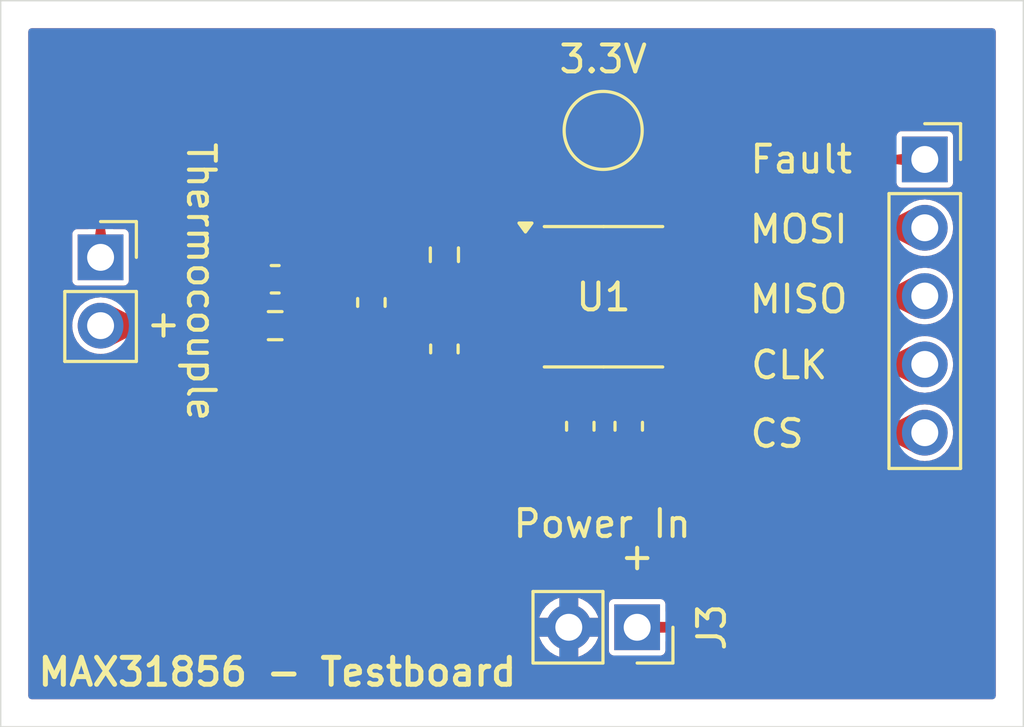
<source format=kicad_pcb>
(kicad_pcb (version 20240108) (generator "pcbnew") (generator_version "8.0")
  (layers (0 "F.Cu" signal) (31 "B.Cu" signal) (36 "B.SilkS" user "B.Silkscreen") (37 "F.SilkS" user "F.Silkscreen") (38 "B.Mask" user) (39 "F.Mask" user) (44 "Edge.Cuts" user))
  (net 0 "")
  (net 1 "Net-(U1-T+)")
  (net 2 "GND")
  (net 3 "Net-(U1-T-)")
  (net 4 "+3.3V")
  (net 5 "Net-(J1-Pin_2)")
  (net 6 "Net-(J1-Pin_1)")
  (net 7 "/~{FAULT}")
  (net 8 "/MISO")
  (net 9 "/MOSI")
  (net 10 "/CLK")
  (net 11 "/~{CS}")
  (footprint "Resistor_SMD:R_0603_1608Metric_Pad0.98x0.95mm_HandSolder" (layer "F.Cu") (at 140.0375 92.746625 -90)
    (property "Reference" "R2" (hide yes))
    (property "Value" "100")
    (fp_line (start -0.254724 0.5225) (end 0.254724 0.5225) (stroke (width 0.12)) (layer "F.SilkS"))
    (fp_line (start -0.254724 -0.5225) (end 0.254724 -0.5225) (stroke (width 0.12)) (layer "F.SilkS"))
    (pad "1" smd roundrect (at -0.9125 0 270) (size 0.975 0.95) (layers "F.Cu" "F.Paste" "F.Mask") (net 6 "Net-(J1-Pin_1)"))
    (pad "2" smd roundrect (at 0.9125 0 270) (size 0.975 0.95) (layers "F.Cu" "F.Paste" "F.Mask") (net 3 "Net-(U1-T-)"))
  )
  (footprint "Connector_PinSocket_2.54mm:PinSocket_1x02_P2.54mm_Vertical" (layer "F.Cu") (at 147.2 106.599125 -90)
    (property "Reference" "J3" (at 0 -2.77 90) (layer "F.SilkS"))
    (property "Value" "Power" (hide yes))
    (property "Marker" "Power In" (at -3.849125 1.3 0) (layer "F.SilkS"))
    (property "Polarity" "+" (at -2.649125 0 0) (layer "F.SilkS"))
    (fp_line (start -1.33 3.87) (end 1.33 3.87) (stroke (width 0.12)) (layer "F.SilkS"))
    (fp_line (start -1.33 1.27) (end -1.33 3.87) (stroke (width 0.12)) (layer "F.SilkS"))
    (fp_line (start -1.33 1.27) (end 1.33 1.27) (stroke (width 0.12)) (layer "F.SilkS"))
    (fp_line (start 1.33 1.27) (end 1.33 3.87) (stroke (width 0.12)) (layer "F.SilkS"))
    (fp_line (start 0 -1.33) (end 1.33 -1.33) (stroke (width 0.12)) (layer "F.SilkS"))
    (fp_line (start 1.33 -1.33) (end 1.33 0) (stroke (width 0.12)) (layer "F.SilkS"))
    (pad "1" thru_hole rect (at 0 0 270) (size 1.7 1.7) (drill 1) (layers "*.Cu" "*.Mask") (net 4 "+3.3V"))
    (pad "2" thru_hole oval (at 0 2.54 270) (size 1.7 1.7) (drill 1) (layers "*.Cu" "*.Mask") (net 2 "GND"))
  )
  (footprint "TestPoint:TestPoint_Pad_D2.5mm" (layer "F.Cu") (at 145.9375 88.124125)
    (property "Reference" "TP3" (hide yes))
    (property "Value" "CS_{K2}")
    (property "Marking" "3.3V" (at 0 -2.65 0) (layer "F.SilkS"))
    (fp_circle (center 0 0) (end 0 1.45) (stroke (width 0.12)) (fill none) (layer "F.SilkS"))
    (pad "1" smd circle (at 0 0) (size 2.5 2.5) (layers "F.Cu" "F.Mask") (net 4 "+3.3V"))
  )
  (footprint "Capacitor_SMD:C_0603_1608Metric_Pad1.08x0.95mm_HandSolder" (layer "F.Cu") (at 137.325 94.521625 90)
    (property "Reference" "C2" (hide yes))
    (property "Value" "0.1uF 5V")
    (fp_line (start -0.146267 -0.51) (end 0.146267 -0.51) (stroke (width 0.12)) (layer "F.SilkS"))
    (fp_line (start -0.146267 0.51) (end 0.146267 0.51) (stroke (width 0.12)) (layer "F.SilkS"))
    (pad "1" smd roundrect (at -0.8625 0 90) (size 1.075 0.95) (layers "F.Cu" "F.Paste" "F.Mask") (net 1 "Net-(U1-T+)"))
    (pad "2" smd roundrect (at 0.8625 0 90) (size 1.075 0.95) (layers "F.Cu" "F.Paste" "F.Mask") (net 3 "Net-(U1-T-)"))
  )
  (footprint "Resistor_SMD:R_0603_1608Metric_Pad0.98x0.95mm_HandSolder" (layer "F.Cu") (at 133.75 95.384125)
    (property "Reference" "R1" (hide yes))
    (property "Value" "100")
    (fp_line (start -0.254724 -0.5225) (end 0.254724 -0.5225) (stroke (width 0.12)) (layer "F.SilkS"))
    (fp_line (start -0.254724 0.5225) (end 0.254724 0.5225) (stroke (width 0.12)) (layer "F.SilkS"))
    (pad "1" smd roundrect (at -0.9125 0) (size 0.975 0.95) (layers "F.Cu" "F.Paste" "F.Mask") (net 5 "Net-(J1-Pin_2)"))
    (pad "2" smd roundrect (at 0.9125 0) (size 0.975 0.95) (layers "F.Cu" "F.Paste" "F.Mask") (net 1 "Net-(U1-T+)"))
  )
  (footprint "Capacitor_SMD:C_0603_1608Metric_Pad1.08x0.95mm_HandSolder" (layer "F.Cu") (at 145.0875 99.124125 -90)
    (property "Reference" "C4" (hide yes))
    (property "Value" "0.1uF 5V")
    (fp_line (start -0.146267 0.51) (end 0.146267 0.51) (stroke (width 0.12)) (layer "F.SilkS"))
    (fp_line (start -0.146267 -0.51) (end 0.146267 -0.51) (stroke (width 0.12)) (layer "F.SilkS"))
    (pad "1" smd roundrect (at -0.8625 0 270) (size 1.075 0.95) (layers "F.Cu" "F.Paste" "F.Mask") (net 4 "+3.3V"))
    (pad "2" smd roundrect (at 0.8625 0 270) (size 1.075 0.95) (layers "F.Cu" "F.Paste" "F.Mask") (net 2 "GND"))
  )
  (footprint "Connector_PinSocket_2.54mm:PinSocket_1x05_P2.54mm_Vertical" (layer "F.Cu") (at 157.8875 89.204125)
    (property "Reference" "J2" (hide yes))
    (property "Value" "To Microcontroller")
    (property "Marker" "Fault" (at -4.5875 -0.004125 0) (layer "F.SilkS"))
    (property "Marker2" "MOSI" (at -4.6875 2.595875 0) (layer "F.SilkS"))
    (property "Marker3" "MISO" (at -4.6875 5.195875 0) (layer "F.SilkS"))
    (property "Marker4" "CLK" (at -5.0375 7.645875 0) (layer "F.SilkS"))
    (property "Marker5" "CS" (at -5.4875 10.195875 0) (layer "F.SilkS"))
    (fp_line (start -1.33 1.27) (end -1.33 11.49) (stroke (width 0.12)) (layer "F.SilkS"))
    (fp_line (start -1.33 1.27) (end 1.33 1.27) (stroke (width 0.12)) (layer "F.SilkS"))
    (fp_line (start -1.33 11.49) (end 1.33 11.49) (stroke (width 0.12)) (layer "F.SilkS"))
    (fp_line (start 0 -1.33) (end 1.33 -1.33) (stroke (width 0.12)) (layer "F.SilkS"))
    (fp_line (start 1.33 -1.33) (end 1.33 0) (stroke (width 0.12)) (layer "F.SilkS"))
    (fp_line (start 1.33 1.27) (end 1.33 11.49) (stroke (width 0.12)) (layer "F.SilkS"))
    (pad "1" thru_hole rect (at 0 0) (size 1.7 1.7) (drill 1) (layers "*.Cu" "*.Mask") (net 7 "/~{FAULT}"))
    (pad "2" thru_hole oval (at 0 2.54) (size 1.7 1.7) (drill 1) (layers "*.Cu" "*.Mask") (net 9 "/MOSI"))
    (pad "3" thru_hole oval (at 0 5.08) (size 1.7 1.7) (drill 1) (layers "*.Cu" "*.Mask") (net 8 "/MISO"))
    (pad "4" thru_hole oval (at 0 7.62) (size 1.7 1.7) (drill 1) (layers "*.Cu" "*.Mask") (net 10 "/CLK"))
    (pad "5" thru_hole oval (at 0 10.16) (size 1.7 1.7) (drill 1) (layers "*.Cu" "*.Mask") (net 11 "/~{CS}"))
  )
  (footprint "Connector_PinSocket_2.54mm:PinSocket_1x02_P2.54mm_Vertical" (layer "F.Cu") (at 127.2625 92.844125)
    (property "Reference" "J1" (hide yes))
    (property "Value" "Probe Right")
    (property "Marking" "Thermocouple" (at 3.7375 0.905875 -90) (layer "F.SilkS"))
    (property "Polarity" "+" (at 2.3375 2.455875 0) (layer "F.SilkS"))
    (fp_line (start -1.33 1.27) (end -1.33 3.87) (stroke (width 0.12)) (layer "F.SilkS"))
    (fp_line (start -1.33 1.27) (end 1.33 1.27) (stroke (width 0.12)) (layer "F.SilkS"))
    (fp_line (start -1.33 3.87) (end 1.33 3.87) (stroke (width 0.12)) (layer "F.SilkS"))
    (fp_line (start 0 -1.33) (end 1.33 -1.33) (stroke (width 0.12)) (layer "F.SilkS"))
    (fp_line (start 1.33 -1.33) (end 1.33 0) (stroke (width 0.12)) (layer "F.SilkS"))
    (fp_line (start 1.33 1.27) (end 1.33 3.87) (stroke (width 0.12)) (layer "F.SilkS"))
    (pad "1" thru_hole rect (at 0 0) (size 1.7 1.7) (drill 1) (layers "*.Cu" "*.Mask") (net 6 "Net-(J1-Pin_1)"))
    (pad "2" thru_hole oval (at 0 2.54) (size 1.7 1.7) (drill 1) (layers "*.Cu" "*.Mask") (net 5 "Net-(J1-Pin_2)"))
  )
  (footprint "Package_SO:TSSOP-14_4.4x5mm_P0.65mm" (layer "F.Cu") (at 145.95 94.309125)
    (property "Reference" "U1" (at 0 0.015 0) (layer "F.SilkS"))
    (property "Value" "MAX31856")
    (fp_line (start 0 -2.61) (end -2.2 -2.61) (stroke (width 0.12)) (layer "F.SilkS"))
    (fp_line (start 0 -2.61) (end 2.2 -2.61) (stroke (width 0.12)) (layer "F.SilkS"))
    (fp_line (start 0 2.61) (end -2.2 2.61) (stroke (width 0.12)) (layer "F.SilkS"))
    (fp_line (start 0 2.61) (end 2.2 2.61) (stroke (width 0.12)) (layer "F.SilkS"))
    (fp_poly (pts (xy -2.9 -2.41) (xy -3.14 -2.74) (xy -2.66 -2.74) (xy -2.9 -2.41)) (stroke (width 0.12)) (fill solid) (layer "F.SilkS"))
    (pad "1" smd roundrect (at -2.8625 -1.95) (size 1.475 0.4) (layers "F.Cu" "F.Paste" "F.Mask") (net 2 "GND"))
    (pad "2" smd roundrect (at -2.8625 -1.3) (size 1.475 0.4) (layers "F.Cu" "F.Paste" "F.Mask") (net 6 "Net-(J1-Pin_1)"))
    (pad "3" smd roundrect (at -2.8625 -0.65) (size 1.475 0.4) (layers "F.Cu" "F.Paste" "F.Mask") (net 3 "Net-(U1-T-)"))
    (pad "4" smd roundrect (at -2.8625 0) (size 1.475 0.4) (layers "F.Cu" "F.Paste" "F.Mask") (net 1 "Net-(U1-T+)"))
    (pad "5" smd roundrect (at -2.8625 0.65) (size 1.475 0.4) (layers "F.Cu" "F.Paste" "F.Mask") (net 4 "+3.3V"))
    (pad "6" smd roundrect (at -2.8625 1.3) (size 1.475 0.4) (layers "F.Cu" "F.Paste" "F.Mask"))
    (pad "7" smd roundrect (at -2.8625 1.95) (size 1.475 0.4) (layers "F.Cu" "F.Paste" "F.Mask"))
    (pad "8" smd roundrect (at 2.8625 1.95) (size 1.475 0.4) (layers "F.Cu" "F.Paste" "F.Mask") (net 4 "+3.3V"))
    (pad "9" smd roundrect (at 2.8625 1.3) (size 1.475 0.4) (layers "F.Cu" "F.Paste" "F.Mask") (net 11 "/~{CS}"))
    (pad "10" smd roundrect (at 2.8625 0.65) (size 1.475 0.4) (layers "F.Cu" "F.Paste" "F.Mask") (net 10 "/CLK"))
    (pad "11" smd roundrect (at 2.8625 0) (size 1.475 0.4) (layers "F.Cu" "F.Paste" "F.Mask") (net 8 "/MISO"))
    (pad "12" smd roundrect (at 2.8625 -0.65) (size 1.475 0.4) (layers "F.Cu" "F.Paste" "F.Mask") (net 9 "/MOSI"))
    (pad "13" smd roundrect (at 2.8625 -1.3) (size 1.475 0.4) (layers "F.Cu" "F.Paste" "F.Mask") (net 7 "/~{FAULT}"))
    (pad "14" smd roundrect (at 2.8625 -1.95) (size 1.475 0.4) (layers "F.Cu" "F.Paste" "F.Mask") (net 2 "GND"))
  )
  (footprint "Capacitor_SMD:C_0603_1608Metric_Pad1.08x0.95mm_HandSolder" (layer "F.Cu") (at 133.75 93.659125 180)
    (property "Reference" "C3" (hide yes))
    (property "Value" "0.01uF 5V")
    (fp_line (start -0.146267 0.51) (end 0.146267 0.51) (stroke (width 0.12)) (layer "F.SilkS"))
    (fp_line (start -0.146267 -0.51) (end 0.146267 -0.51) (stroke (width 0.12)) (layer "F.SilkS"))
    (pad "1" smd roundrect (at -0.8625 0 180) (size 1.075 0.95) (layers "F.Cu" "F.Paste" "F.Mask") (net 3 "Net-(U1-T-)"))
    (pad "2" smd roundrect (at 0.8625 0 180) (size 1.075 0.95) (layers "F.Cu" "F.Paste" "F.Mask") (net 2 "GND"))
  )
  (footprint "Capacitor_SMD:C_0603_1608Metric_Pad1.08x0.95mm_HandSolder" (layer "F.Cu") (at 146.8875 99.124125 -90)
    (property "Reference" "C5" (hide yes))
    (property "Value" "0.1uF 5V")
    (fp_line (start -0.146267 0.51) (end 0.146267 0.51) (stroke (width 0.12)) (layer "F.SilkS"))
    (fp_line (start -0.146267 -0.51) (end 0.146267 -0.51) (stroke (width 0.12)) (layer "F.SilkS"))
    (pad "1" smd roundrect (at -0.8625 0 270) (size 1.075 0.95) (layers "F.Cu" "F.Paste" "F.Mask") (net 4 "+3.3V"))
    (pad "2" smd roundrect (at 0.8625 0 270) (size 1.075 0.95) (layers "F.Cu" "F.Paste" "F.Mask") (net 2 "GND"))
  )
  (footprint "Capacitor_SMD:C_0603_1608Metric_Pad1.08x0.95mm_HandSolder" (layer "F.Cu") (at 140.0375 96.249125 -90)
    (property "Reference" "C1" (hide yes))
    (property "Value" "0.01uF 5V")
    (fp_line (start -0.146267 0.51) (end 0.146267 0.51) (stroke (width 0.12)) (layer "F.SilkS"))
    (fp_line (start -0.146267 -0.51) (end 0.146267 -0.51) (stroke (width 0.12)) (layer "F.SilkS"))
    (pad "1" smd roundrect (at -0.8625 0 270) (size 1.075 0.95) (layers "F.Cu" "F.Paste" "F.Mask") (net 1 "Net-(U1-T+)"))
    (pad "2" smd roundrect (at 0.8625 0 270) (size 1.075 0.95) (layers "F.Cu" "F.Paste" "F.Mask") (net 2 "GND"))
  )
  (gr_rect (start 123.55 83.3) (end 161.55 110.3) (stroke (width 0.05)) (fill none) (layer "Edge.Cuts"))
  (gr_text "MAX31856 - Testboard" (at 124.85 108.85 0) (layer "F.SilkS") (effects (font (size 1 1) (thickness 0.1875)) (justify left bottom)))
  (segment (start 141.9025 94.309125) (end 140.7875 95.424125) (width 0.2) (layer "F.Cu") (net 1))
  (segment (start 140.075 95.424125) (end 140.0375 95.386625) (width 0.2) (layer "F.Cu") (net 1))
  (segment (start 140.7875 95.424125) (end 140.075 95.424125) (width 0.2) (layer "F.Cu") (net 1))
  (segment (start 137.3275 95.386625) (end 137.325 95.384125) (width 0.2) (layer "F.Cu") (net 1))
  (segment (start 140.0375 95.386625) (end 137.3275 95.386625) (width 0.2) (layer "F.Cu") (net 1))
  (segment (start 143.0875 94.309125) (end 141.9025 94.309125) (width 0.2) (layer "F.Cu") (net 1))
  (segment (start 137.325 95.384125) (end 134.6625 95.384125) (width 0.2) (layer "F.Cu") (net 1))
  (segment (start 137.325 93.659125) (end 134.6125 93.659125) (width 0.2) (layer "F.Cu") (net 3))
  (segment (start 140.0375 93.659125) (end 137.325 93.659125) (width 0.2) (layer "F.Cu") (net 3))
  (segment (start 143.085 93.661625) (end 143.0875 93.659125) (width 0.2) (layer "F.Cu") (net 3))
  (segment (start 140.0375 93.659125) (end 143.0875 93.659125) (width 0.2) (layer "F.Cu") (net 3))
  (segment (start 140.04 93.659125) (end 140.0375 93.661625) (width 0.2) (layer "F.Cu") (net 3))
  (segment (start 147.2 106.599125) (end 148.5125 106.599125) (width 0.39) (layer "F.Cu") (net 4))
  (segment (start 145.1375 95.424125) (end 145.9375 95.424125) (width 0.39) (layer "F.Cu") (net 4))
  (segment (start 146.5375 95.424125) (end 147.3725 96.259125) (width 0.39) (layer "F.Cu") (net 4))
  (segment (start 145.9375 96.374125) (end 145.9375 95.424125) (width 0.39) (layer "F.Cu") (net 4))
  (segment (start 144.6725 94.959125) (end 145.1375 95.424125) (width 0.39) (layer "F.Cu") (net 4))
  (segment (start 148.375 98.261625) (end 146.8875 98.261625) (width 0.39) (layer "F.Cu") (net 4))
  (segment (start 147.3725 96.259125) (end 148.8125 96.259125) (width 0.39) (layer "F.Cu") (net 4))
  (segment (start 145.9375 95.424125) (end 146.5375 95.424125) (width 0.39) (layer "F.Cu") (net 4))
  (segment (start 145.0875 98.261625) (end 145.0875 97.224125) (width 0.39) (layer "F.Cu") (net 4))
  (segment (start 145.9375 95.424125) (end 145.9375 88.124125) (width 0.39) (layer "F.Cu") (net 4))
  (segment (start 145.0875 97.224125) (end 145.9375 96.374125) (width 0.39) (layer "F.Cu") (net 4))
  (segment (start 145.0875 98.261625) (end 146.8875 98.261625) (width 0.39) (layer "F.Cu") (net 4))
  (segment (start 145.9375 95.424125) (end 145.9375 94.974125) (width 0.39) (layer "F.Cu") (net 4))
  (segment (start 143.0875 94.959125) (end 144.6725 94.959125) (width 0.39) (layer "F.Cu") (net 4))
  (segment (start 149.0875 106.024125) (end 149.0875 98.974125) (width 0.39) (layer "F.Cu") (net 4))
  (segment (start 149.0875 98.974125) (end 148.375 98.261625) (width 0.39) (layer "F.Cu") (net 4))
  (segment (start 148.5125 106.599125) (end 149.0875 106.024125) (width 0.39) (layer "F.Cu") (net 4))
  (segment (start 132.8375 95.384125) (end 127.2625 95.384125) (width 0.2) (layer "F.Cu") (net 5))
  (segment (start 140.0375 91.224125) (end 139.7875 90.974125) (width 0.2) (layer "F.Cu") (net 6))
  (segment (start 127.2625 91.299125) (end 127.2625 92.844125) (width 0.2) (layer "F.Cu") (net 6))
  (segment (start 127.5875 90.974125) (end 127.2625 91.299125) (width 0.2) (layer "F.Cu") (net 6))
  (segment (start 140.0375 91.834125) (end 140.0375 91.224125) (width 0.2) (layer "F.Cu") (net 6))
  (segment (start 143.0875 93.009125) (end 141.9725 93.009125) (width 0.2) (layer "F.Cu") (net 6))
  (segment (start 139.7875 90.974125) (end 127.5875 90.974125) (width 0.2) (layer "F.Cu") (net 6))
  (segment (start 141.9725 93.009125) (end 140.7975 91.834125) (width 0.2) (layer "F.Cu") (net 6))
  (segment (start 140.7975 91.834125) (end 140.0375 91.834125) (width 0.2) (layer "F.Cu") (net 6))
  (segment (start 152.0275 93.009125) (end 155.8325 89.204125) (width 0.2) (layer "F.Cu") (net 7))
  (segment (start 155.8325 89.204125) (end 157.8875 89.204125) (width 0.2) (layer "F.Cu") (net 7))
  (segment (start 148.8125 93.009125) (end 152.0275 93.009125) (width 0.2) (layer "F.Cu") (net 7))
  (segment (start 148.8125 94.309125) (end 157.8625 94.309125) (width 0.2) (layer "F.Cu") (net 8))
  (segment (start 157.8625 94.309125) (end 157.8875 94.284125) (width 0.2) (layer "F.Cu") (net 8))
  (segment (start 153.2525 93.659125) (end 155.1675 91.744125) (width 0.2) (layer "F.Cu") (net 9))
  (segment (start 148.8125 93.659125) (end 153.2525 93.659125) (width 0.2) (layer "F.Cu") (net 9))
  (segment (start 155.1675 91.744125) (end 157.8875 91.744125) (width 0.2) (layer "F.Cu") (net 9))
  (segment (start 154.7375 96.824125) (end 157.8875 96.824125) (width 0.2) (layer "F.Cu") (net 10))
  (segment (start 148.8125 94.959125) (end 152.8725 94.959125) (width 0.2) (layer "F.Cu") (net 10))
  (segment (start 152.8725 94.959125) (end 154.7375 96.824125) (width 0.2) (layer "F.Cu") (net 10))
  (segment (start 155.5275 99.364125) (end 157.8875 99.364125) (width 0.2) (layer "F.Cu") (net 11))
  (segment (start 148.8125 95.609125) (end 151.7725 95.609125) (width 0.2) (layer "F.Cu") (net 11))
  (segment (start 151.7725 95.609125) (end 155.5275 99.364125) (width 0.2) (layer "F.Cu") (net 11))
  (zone (net 2) (net_name "GND") (layers "F&B.Cu") (connect_pads (clearance 0.2)) (min_thickness 0.25) (fill yes (thermal_gap 0.3) (thermal_bridge_width 0.7))
    (polygon (pts (xy 124.05 83.8) (xy 161.05 83.8) (xy 161.05 109.8) (xy 124.05 109.8)))
  )
)
</source>
